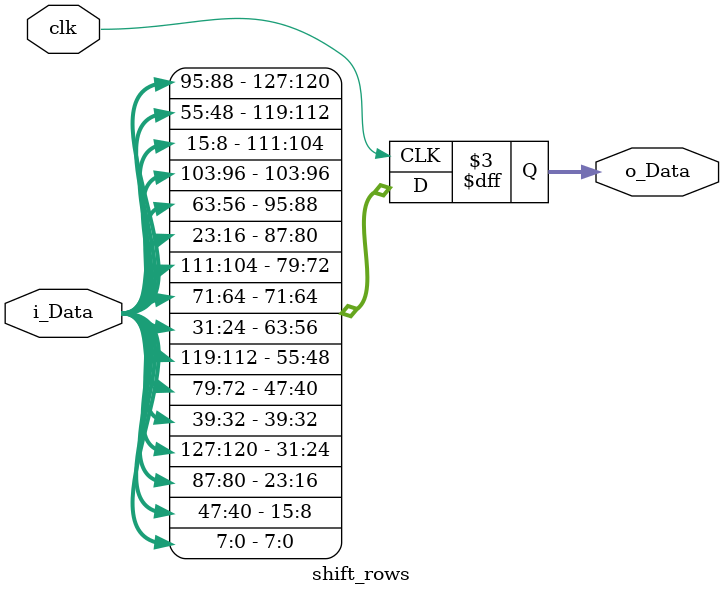
<source format=v>
`timescale 1ns / 1ps

module shift_rows(
    clk,
    i_Data,
    o_Data
    );


    input clk;
    input [127:0] i_Data;

    output reg [127:0] o_Data = 128'b0;

    always@ (posedge clk) begin
	o_Data [127:120] <= i_Data [95:88];
	o_Data [119:112] <= i_Data [55:48];
	o_Data [111:104] <= i_Data [15:8];
	o_Data [103:96] <= i_Data [103:96];

	o_Data [95:88] <= i_Data [63:56];
	o_Data [87:80] <= i_Data [23:16];
	o_Data [79:72] <= i_Data [111:104];
	o_Data [71:64] <= i_Data [71:64];

	o_Data [63:56] <= i_Data [31:24];
	o_Data [55:48] <= i_Data [119:112];
	o_Data [47:40] <= i_Data [79:72];
	o_Data [39:32] <= i_Data [39:32];

	o_Data [31:24] <= i_Data [127:120];
	o_Data [23:16] <= i_Data [87:80];
	o_Data [15:8] <= i_Data [47:40];
	o_Data [7:0] <= i_Data [7:0];
    end

endmodule

</source>
